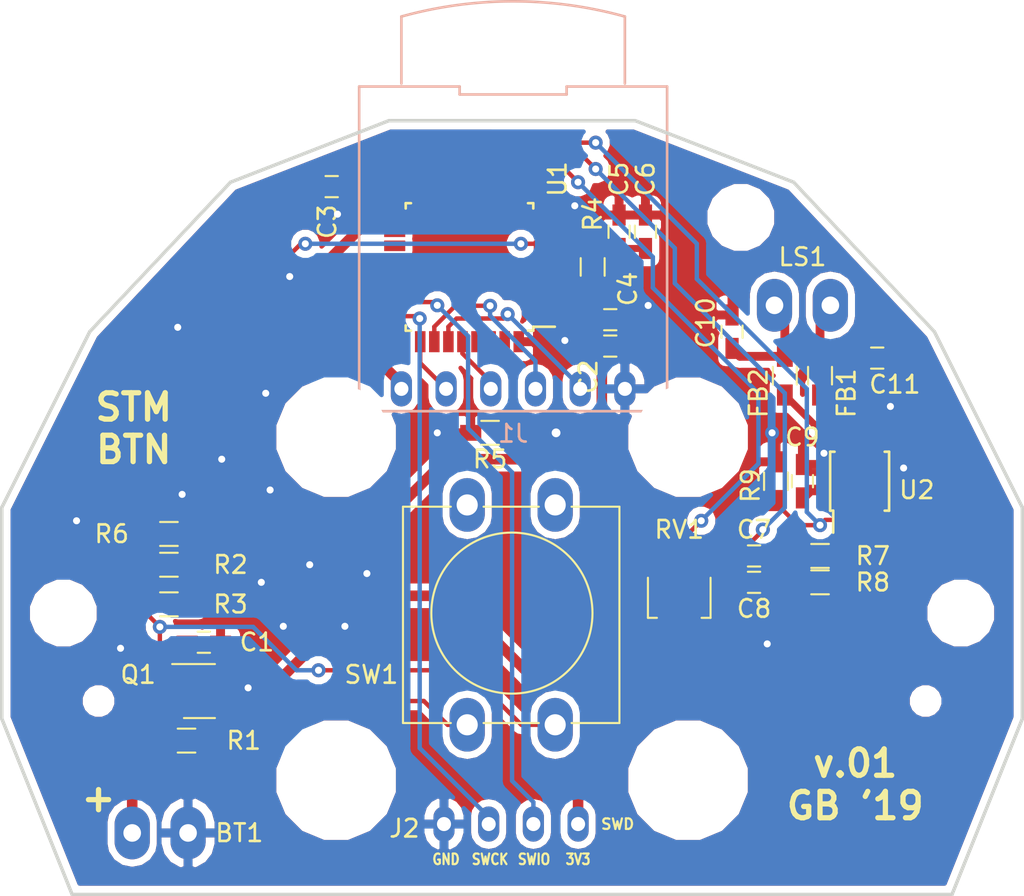
<source format=kicad_pcb>
(kicad_pcb (version 20171130) (host pcbnew 5.0.2)
  (layers (0 F.Cu signal) (31 B.Cu signal) (34 B.Paste user) (35 F.Paste user) (36 B.SilkS user) (37 F.SilkS user) (38 B.Mask user) (39 F.Mask user) (44 Edge.Cuts user))
  (net 0 "")
  (net 1 "Net-(U2-Pad2)")
  (net 2 "Net-(U1-Pad30)")
  (net 3 "Net-(U1-Pad29)")
  (net 4 "Net-(U1-Pad22)")
  (net 5 "Net-(U1-Pad21)")
  (net 6 "Net-(U1-Pad20)")
  (net 7 "Net-(U1-Pad19)")
  (net 8 "Net-(U1-Pad15)")
  (net 9 "Net-(U1-Pad9)")
  (net 10 "Net-(U1-Pad8)")
  (net 11 "Net-(U1-Pad7)")
  (net 12 "Net-(U1-Pad3)")
  (net 13 "Net-(U1-Pad2)")
  (net 14 GND)
  (net 15 +3V3)
  (net 16 /SWCLK)
  (net 17 /SWDIO)
  (net 18 /BOOT0)
  (net 19 SD_CS)
  (net 20 SD_MOSI)
  (net 21 SD_SCK)
  (net 22 SD_MISO)
  (net 23 SPK_SD)
  (net 24 "Net-(U1-Pad18)")
  (net 25 /VBAT)
  (net 26 /VDDA)
  (net 27 "Net-(C7-Pad1)")
  (net 28 "Net-(C8-Pad1)")
  (net 29 SPK_IN-)
  (net 30 /SPK-)
  (net 31 /SPK+)
  (net 32 "Net-(FB1-Pad1)")
  (net 33 "Net-(FB2-Pad1)")
  (net 34 "Net-(R7-Pad1)")
  (net 35 SPK_IN+)
  (net 36 "Net-(U1-Pad13)")
  (net 37 "Net-(U1-Pad14)")
  (net 38 "Net-(C8-Pad2)")
  (net 39 "Net-(Q1-Pad3)")
  (net 40 POWERON)
  (net 41 "Net-(R6-Pad2)")
  (net 42 "Net-(R8-Pad1)")
  (module custom:Ali_uSD_Adapter (layer B.Cu) (at 49.06 29.36)
    (fp_text reference J1 (at 0 11.43 -180) (layer B.SilkS) (effects (justify mirror)))
    (fp_text value Ali_uSD_SPI)
    (fp_line (start 6.35 -12.28) (end 6.35 -8.47) (layer B.SilkS) (width 0.15))
    (fp_line (start -6.35 -12.28) (end -6.35 -8.47) (layer B.SilkS) (width 0.15))
    (fp_arc (start 0 10.58) (end -6.349999 -12.279999) (angle 31.04822199) (layer B.SilkS) (width 0.15))
    (fp_line (start 3.04 -8.3) (end 8.75 -8.3) (layer B.SilkS) (width 0.15))
    (fp_line (start 3.039999 -7.85) (end 3.039999 -8.3) (layer B.SilkS) (width 0.15))
    (fp_line (start -3.04 -7.85) (end 3.039999 -7.85) (layer B.SilkS) (width 0.15))
    (fp_line (start -3.04 -8.3) (end -3.04 -7.85) (layer B.SilkS) (width 0.15))
    (fp_line (start -8.75 -8.3) (end -3.04 -8.3) (layer B.SilkS) (width 0.15))
    (fp_line (start -8.75 10.16) (end -8.75 -8.3) (layer B.SilkS) (width 0.15))
    (fp_line (start 8.75 10.16) (end -8.75 10.16) (layer B.SilkS) (width 0.15))
    (fp_line (start 8.75 -8.3) (end 8.75 10.16) (layer B.SilkS) (width 0.15))
    (pad 5 thru_hole oval (at -3.81 8.89 180) (size 1.2 2) (drill 0.8) (layers *.Cu *.Mask) (net 19 SD_CS))
    (pad 6 thru_hole oval (at -6.35 8.89 180) (size 1.2 2) (drill 0.8) (layers *.Cu *.Mask) (net 15 +3V3))
    (pad 4 thru_hole oval (at -1.27 8.89 180) (size 1.2 2) (drill 0.8) (layers *.Cu *.Mask) (net 20 SD_MOSI))
    (pad 3 thru_hole oval (at 1.27 8.89 180) (size 1.2 2) (drill 0.8) (layers *.Cu *.Mask) (net 21 SD_SCK))
    (pad 2 thru_hole oval (at 3.81 8.89 180) (size 1.2 2) (drill 0.8) (layers *.Cu *.Mask) (net 22 SD_MISO))
    (pad 1 thru_hole oval (at 6.35 8.89 180) (size 1.2 2) (drill 0.8) (layers *.Cu *.Mask) (net 14 GND))
  )
  (module custom:SW_PUSH-12mm (layer F.Cu) (at 46.45 57.35 90)
    (fp_text reference SW1 (at 2.85 -5.45 180) (layer F.SilkS))
    (fp_text value Button)
    (fp_line (start 12.4 -3.65) (end 12.4 -0.93) (layer F.SilkS) (width 0.12))
    (fp_line (start 12.4 5.93) (end 12.4 8.65) (layer F.SilkS) (width 0.12))
    (fp_line (start 0.1 4.07) (end 0.1 0.93) (layer F.SilkS) (width 0.12))
    (fp_line (start 0.1 8.65) (end 0.1 5.93) (layer F.SilkS) (width 0.12))
    (fp_circle (center 6.35 2.54) (end 10.16 5.08) (layer F.SilkS) (width 0.12))
    (fp_line (start 0.1 -0.93) (end 0.1 -3.65) (layer F.SilkS) (width 0.12))
    (fp_line (start 12.4 8.65) (end 0.1 8.65) (layer F.SilkS) (width 0.12))
    (fp_line (start 12.4 0.93) (end 12.4 4.07) (layer F.SilkS) (width 0.12))
    (fp_line (start 0.1 -3.65) (end 12.4 -3.65) (layer F.SilkS) (width 0.12))
    (pad 2 thru_hole oval (at 0 5 90) (size 3.048 2) (drill 1.2) (layers *.Cu *.Mask) (net 40 POWERON))
    (pad 1 thru_hole oval (at 0 0 90) (size 3.048 2) (drill 1.2) (layers *.Cu *.Mask) (net 25 /VBAT))
    (pad "" thru_hole oval (at 12.5 5 90) (size 3.048 2) (drill 1.2) (layers *.Cu *.Mask))
    (pad "" thru_hole oval (at 12.5 0 90) (size 3.048 2) (drill 1.2) (layers *.Cu *.Mask))
  )
  (module custom:MountingHole_1.5mm (layer F.Cu) (at 62 28.5)
    (fp_text reference REF** hide)
    (fp_text value MountingHole_1.5mm)
    (pad "" np_thru_hole circle (at 0 0) (size 3 3) (drill 3) (layers *.Cu *.Mask))
  )
  (module Resistors_SMD:R_0603_HandSoldering (layer F.Cu) (at 47.75 40.75 180)
    (fp_text reference R5 (at 0 -1.5 180) (layer F.SilkS))
    (fp_text value 10K)
    (fp_line (start 0.5 0.68) (end -0.5 0.68) (layer F.SilkS) (width 0.12))
    (fp_line (start -0.5 -0.68) (end 0.5 -0.68) (layer F.SilkS) (width 0.12))
    (pad 1 smd rect (at -1.1 0 180) (size 1.2 0.9) (layers F.Cu F.Paste F.Mask) (net 18 /BOOT0))
    (pad 2 smd rect (at 1.1 0 180) (size 1.2 0.9) (layers F.Cu F.Paste F.Mask) (net 14 GND))
  )
  (module custom:MountingHole_0.5mm (layer F.Cu) (at 72.5 56)
    (fp_text reference REF** hide)
    (fp_text value MountingHole_0.5mm)
    (pad "" np_thru_hole circle (at 0 0) (size 1 1) (drill 1) (layers *.Cu *.Mask))
  )
  (module custom:MountingHole_1.5mm (layer F.Cu) (at 74.5 51)
    (fp_text reference REF** hide)
    (fp_text value MountingHole_1.5mm)
    (pad "" np_thru_hole circle (at 0 0) (size 3 3) (drill 3) (layers *.Cu *.Mask))
  )
  (module Mounting_Holes:MountingHole_3mm (layer F.Cu) (at 59 60.5)
    (fp_text reference REF** hide)
    (fp_text value MountingHole_3mm)
    (pad "" np_thru_hole circle (at 0 0) (size 6 6) (drill 6) (layers *.Cu *.Mask))
  )
  (module Mounting_Holes:MountingHole_3mm (layer F.Cu) (at 39 60.5)
    (fp_text reference REF** hide)
    (fp_text value MountingHole_3mm)
    (pad "" np_thru_hole circle (at 0 0) (size 6 6) (drill 6) (layers *.Cu *.Mask))
  )
  (module Mounting_Holes:MountingHole_3mm (layer F.Cu) (at 59 41)
    (fp_text reference REF** hide)
    (fp_text value MountingHole_3mm)
    (pad "" np_thru_hole circle (at 0 0) (size 6 6) (drill 6) (layers *.Cu *.Mask))
  )
  (module Housings_QFP:LQFP-32_7x7mm_Pitch0.8mm (layer F.Cu) (at 46.580088 31.317288 180)
    (fp_text reference U1 (at -5 5 270) (layer F.SilkS))
    (fp_text value STM32L072KZTx)
    (fp_line (start -3.625 -3.625) (end -3.625 -3.4) (layer F.SilkS) (width 0.15))
    (fp_line (start 3.625 -3.625) (end 3.625 -3.325) (layer F.SilkS) (width 0.15))
    (fp_line (start 3.625 3.625) (end 3.625 3.325) (layer F.SilkS) (width 0.15))
    (fp_line (start -3.625 3.625) (end -3.625 3.325) (layer F.SilkS) (width 0.15))
    (fp_line (start -3.625 -3.625) (end -3.325 -3.625) (layer F.SilkS) (width 0.15))
    (fp_line (start -3.625 3.625) (end -3.325 3.625) (layer F.SilkS) (width 0.15))
    (fp_line (start 3.625 3.625) (end 3.325 3.625) (layer F.SilkS) (width 0.15))
    (fp_line (start 3.625 -3.625) (end 3.325 -3.625) (layer F.SilkS) (width 0.15))
    (fp_line (start -3.625 -3.4) (end -4.85 -3.4) (layer F.SilkS) (width 0.15))
    (pad 1 smd rect (at -4.25 -2.8 180) (size 1.2 0.6) (layers F.Cu F.Paste F.Mask) (net 15 +3V3))
    (pad 2 smd rect (at -4.25 -2 180) (size 1.2 0.6) (layers F.Cu F.Paste F.Mask) (net 13 "Net-(U1-Pad2)"))
    (pad 3 smd rect (at -4.25 -1.2 180) (size 1.2 0.6) (layers F.Cu F.Paste F.Mask) (net 12 "Net-(U1-Pad3)"))
    (pad 4 smd rect (at -4.25 -0.4 180) (size 1.2 0.6) (layers F.Cu F.Paste F.Mask) (net 15 +3V3))
    (pad 5 smd rect (at -4.25 0.4 180) (size 1.2 0.6) (layers F.Cu F.Paste F.Mask) (net 26 /VDDA))
    (pad 6 smd rect (at -4.25 1.2 180) (size 1.2 0.6) (layers F.Cu F.Paste F.Mask) (net 41 "Net-(R6-Pad2)"))
    (pad 7 smd rect (at -4.25 2 180) (size 1.2 0.6) (layers F.Cu F.Paste F.Mask) (net 11 "Net-(U1-Pad7)"))
    (pad 8 smd rect (at -4.25 2.8 180) (size 1.2 0.6) (layers F.Cu F.Paste F.Mask) (net 10 "Net-(U1-Pad8)"))
    (pad 9 smd rect (at -2.8 4.25 270) (size 1.2 0.6) (layers F.Cu F.Paste F.Mask) (net 9 "Net-(U1-Pad9)"))
    (pad 10 smd rect (at -2 4.25 270) (size 1.2 0.6) (layers F.Cu F.Paste F.Mask) (net 29 SPK_IN-))
    (pad 11 smd rect (at -1.2 4.25 270) (size 1.2 0.6) (layers F.Cu F.Paste F.Mask) (net 35 SPK_IN+))
    (pad 12 smd rect (at -0.4 4.25 270) (size 1.2 0.6) (layers F.Cu F.Paste F.Mask) (net 23 SPK_SD))
    (pad 13 smd rect (at 0.4 4.25 270) (size 1.2 0.6) (layers F.Cu F.Paste F.Mask) (net 36 "Net-(U1-Pad13)"))
    (pad 14 smd rect (at 1.2 4.25 270) (size 1.2 0.6) (layers F.Cu F.Paste F.Mask) (net 37 "Net-(U1-Pad14)"))
    (pad 15 smd rect (at 2 4.25 270) (size 1.2 0.6) (layers F.Cu F.Paste F.Mask) (net 8 "Net-(U1-Pad15)"))
    (pad 16 smd rect (at 2.8 4.25 270) (size 1.2 0.6) (layers F.Cu F.Paste F.Mask) (net 14 GND))
    (pad 17 smd rect (at 4.25 2.8 180) (size 1.2 0.6) (layers F.Cu F.Paste F.Mask) (net 15 +3V3))
    (pad 18 smd rect (at 4.25 2 180) (size 1.2 0.6) (layers F.Cu F.Paste F.Mask) (net 24 "Net-(U1-Pad18)"))
    (pad 19 smd rect (at 4.25 1.2 180) (size 1.2 0.6) (layers F.Cu F.Paste F.Mask) (net 7 "Net-(U1-Pad19)"))
    (pad 20 smd rect (at 4.25 0.4 180) (size 1.2 0.6) (layers F.Cu F.Paste F.Mask) (net 6 "Net-(U1-Pad20)"))
    (pad 21 smd rect (at 4.25 -0.4 180) (size 1.2 0.6) (layers F.Cu F.Paste F.Mask) (net 5 "Net-(U1-Pad21)"))
    (pad 22 smd rect (at 4.25 -1.2 180) (size 1.2 0.6) (layers F.Cu F.Paste F.Mask) (net 4 "Net-(U1-Pad22)"))
    (pad 23 smd rect (at 4.25 -2 180) (size 1.2 0.6) (layers F.Cu F.Paste F.Mask) (net 17 /SWDIO))
    (pad 24 smd rect (at 4.25 -2.8 180) (size 1.2 0.6) (layers F.Cu F.Paste F.Mask) (net 16 /SWCLK))
    (pad 25 smd rect (at 2.8 -4.25 270) (size 1.2 0.6) (layers F.Cu F.Paste F.Mask) (net 19 SD_CS))
    (pad 26 smd rect (at 2 -4.25 270) (size 1.2 0.6) (layers F.Cu F.Paste F.Mask) (net 21 SD_SCK))
    (pad 27 smd rect (at 1.2 -4.25 270) (size 1.2 0.6) (layers F.Cu F.Paste F.Mask) (net 22 SD_MISO))
    (pad 28 smd rect (at 0.4 -4.25 270) (size 1.2 0.6) (layers F.Cu F.Paste F.Mask) (net 20 SD_MOSI))
    (pad 29 smd rect (at -0.4 -4.25 270) (size 1.2 0.6) (layers F.Cu F.Paste F.Mask) (net 3 "Net-(U1-Pad29)"))
    (pad 30 smd rect (at -1.2 -4.25 270) (size 1.2 0.6) (layers F.Cu F.Paste F.Mask) (net 2 "Net-(U1-Pad30)"))
    (pad 31 smd rect (at -2 -4.25 270) (size 1.2 0.6) (layers F.Cu F.Paste F.Mask) (net 18 /BOOT0))
    (pad 32 smd rect (at -2.8 -4.25 270) (size 1.2 0.6) (layers F.Cu F.Paste F.Mask) (net 14 GND))
  )
  (module Housings_SSOP:MSOP-8_3x3mm_Pitch0.65mm (layer F.Cu) (at 68.75 43.5 90)
    (fp_text reference U2 (at -0.5 3.25) (layer F.SilkS))
    (fp_text value PAM8302AAS)
    (fp_line (start -1.675 -1.675) (end -1.675 -1.5) (layer F.SilkS) (width 0.15))
    (fp_line (start 1.675 -1.675) (end 1.675 -1.425) (layer F.SilkS) (width 0.15))
    (fp_line (start 1.675 1.675) (end 1.675 1.425) (layer F.SilkS) (width 0.15))
    (fp_line (start -1.675 1.675) (end -1.675 1.425) (layer F.SilkS) (width 0.15))
    (fp_line (start -1.675 -1.675) (end 1.675 -1.675) (layer F.SilkS) (width 0.15))
    (fp_line (start -1.675 1.675) (end 1.675 1.675) (layer F.SilkS) (width 0.15))
    (fp_line (start -1.675 -1.5) (end -2.925 -1.5) (layer F.SilkS) (width 0.15))
    (pad 1 smd rect (at -2.2 -0.975 90) (size 1.45 0.45) (layers F.Cu F.Paste F.Mask) (net 23 SPK_SD))
    (pad 2 smd rect (at -2.2 -0.325 90) (size 1.45 0.45) (layers F.Cu F.Paste F.Mask) (net 1 "Net-(U2-Pad2)"))
    (pad 3 smd rect (at -2.2 0.325 90) (size 1.45 0.45) (layers F.Cu F.Paste F.Mask) (net 34 "Net-(R7-Pad1)"))
    (pad 4 smd rect (at -2.2 0.975 90) (size 1.45 0.45) (layers F.Cu F.Paste F.Mask) (net 42 "Net-(R8-Pad1)"))
    (pad 5 smd rect (at 2.2 0.975 90) (size 1.45 0.45) (layers F.Cu F.Paste F.Mask) (net 32 "Net-(FB1-Pad1)"))
    (pad 6 smd rect (at 2.2 0.325 90) (size 1.45 0.45) (layers F.Cu F.Paste F.Mask) (net 15 +3V3))
    (pad 7 smd rect (at 2.2 -0.325 90) (size 1.45 0.45) (layers F.Cu F.Paste F.Mask) (net 14 GND))
    (pad 8 smd rect (at 2.2 -0.975 90) (size 1.45 0.45) (layers F.Cu F.Paste F.Mask) (net 33 "Net-(FB2-Pad1)"))
  )
  (module custom:Pad_2contacts (layer F.Cu) (at 29 63.5)
    (fp_text reference BT1 (at 4.5 0) (layer F.SilkS))
    (fp_text value "2xAAA 1.5V")
    (pad 1 thru_hole oval (at -1.5875 0) (size 2 3) (drill 1) (layers *.Cu *.Mask) (net 25 /VBAT))
    (pad 2 thru_hole oval (at 1.5875 0) (size 2 3) (drill 1) (layers *.Cu *.Mask) (net 14 GND))
  )
  (module custom:Pad_2contacts (layer F.Cu) (at 65.5 33.5 180)
    (fp_text reference LS1 (at 0 2.75) (layer F.SilkS))
    (fp_text value Speaker)
    (pad 1 thru_hole oval (at -1.5875 0 180) (size 2 3) (drill 1) (layers *.Cu *.Mask) (net 31 /SPK+))
    (pad 2 thru_hole oval (at 1.5875 0 180) (size 2 3) (drill 1) (layers *.Cu *.Mask) (net 30 /SPK-))
  )
  (module custom:Pad_4contacts (layer F.Cu) (at 45.13146 62.993408 90)
    (fp_text reference J2 (at -0.25 -2.25 -180) (layer F.SilkS))
    (fp_text value SWD)
    (pad 4 thru_hole oval (at -0.001648 -0.000365 180) (size 1.2 2) (drill 0.8) (layers *.Cu *.Mask) (net 14 GND))
    (pad 3 thru_hole oval (at -0.001648 2.539635 180) (size 1.2 2) (drill 0.8) (layers *.Cu *.Mask) (net 16 /SWCLK))
    (pad 2 thru_hole oval (at -0.001648 5.079635 180) (size 1.2 2) (drill 0.8) (layers *.Cu *.Mask) (net 17 /SWDIO))
    (pad 1 thru_hole oval (at -0.001648 7.619635 180) (size 1.2 2) (drill 0.8) (layers *.Cu *.Mask) (net 15 +3V3))
  )
  (module Capacitors_SMD:C_0603_HandSoldering (layer F.Cu) (at 31.48425 52.656947)
    (fp_text reference C1 (at 3.01575 0 -180) (layer F.SilkS))
    (fp_text value 10uF)
    (fp_line (start -0.35 -0.6) (end 0.35 -0.6) (layer F.SilkS) (width 0.12))
    (fp_line (start 0.35 0.6) (end -0.35 0.6) (layer F.SilkS) (width 0.12))
    (pad 1 smd rect (at -0.95 0) (size 1.2 0.75) (layers F.Cu F.Paste F.Mask) (net 25 /VBAT))
    (pad 2 smd rect (at 0.95 0) (size 1.2 0.75) (layers F.Cu F.Paste F.Mask) (net 14 GND))
  )
  (module Capacitors_SMD:C_0603_HandSoldering (layer F.Cu) (at 54.580088 35.817288)
    (fp_text reference C2 (at -1.25 1.75 -270) (layer F.SilkS))
    (fp_text value 10uF)
    (fp_line (start -0.35 -0.6) (end 0.35 -0.6) (layer F.SilkS) (width 0.12))
    (fp_line (start 0.35 0.6) (end -0.35 0.6) (layer F.SilkS) (width 0.12))
    (pad 1 smd rect (at -0.95 0) (size 1.2 0.75) (layers F.Cu F.Paste F.Mask) (net 15 +3V3))
    (pad 2 smd rect (at 0.95 0) (size 1.2 0.75) (layers F.Cu F.Paste F.Mask) (net 14 GND))
  )
  (module Capacitors_SMD:C_0603_HandSoldering (layer F.Cu) (at 38.75 26.75)
    (fp_text reference C3 (at -0.25 2 -270) (layer F.SilkS))
    (fp_text value 100nF)
    (fp_line (start -0.35 -0.6) (end 0.35 -0.6) (layer F.SilkS) (width 0.12))
    (fp_line (start 0.35 0.6) (end -0.35 0.6) (layer F.SilkS) (width 0.12))
    (pad 1 smd rect (at -0.95 0) (size 1.2 0.75) (layers F.Cu F.Paste F.Mask) (net 14 GND))
    (pad 2 smd rect (at 0.95 0) (size 1.2 0.75) (layers F.Cu F.Paste F.Mask) (net 15 +3V3))
  )
  (module Capacitors_SMD:C_0603_HandSoldering (layer F.Cu) (at 54.580088 34.317288 180)
    (fp_text reference C4 (at -1 1.75 270) (layer F.SilkS))
    (fp_text value 100nF)
    (fp_line (start -0.35 -0.6) (end 0.35 -0.6) (layer F.SilkS) (width 0.12))
    (fp_line (start 0.35 0.6) (end -0.35 0.6) (layer F.SilkS) (width 0.12))
    (pad 1 smd rect (at -0.95 0 180) (size 1.2 0.75) (layers F.Cu F.Paste F.Mask) (net 14 GND))
    (pad 2 smd rect (at 0.95 0 180) (size 1.2 0.75) (layers F.Cu F.Paste F.Mask) (net 15 +3V3))
  )
  (module Capacitors_SMD:C_0603_HandSoldering (layer F.Cu) (at 55.080088 29.317288 270)
    (fp_text reference C5 (at -3 0 270) (layer F.SilkS))
    (fp_text value 1uF)
    (fp_line (start -0.35 -0.6) (end 0.35 -0.6) (layer F.SilkS) (width 0.12))
    (fp_line (start 0.35 0.6) (end -0.35 0.6) (layer F.SilkS) (width 0.12))
    (pad 1 smd rect (at -0.95 0 270) (size 1.2 0.75) (layers F.Cu F.Paste F.Mask) (net 14 GND))
    (pad 2 smd rect (at 0.95 0 270) (size 1.2 0.75) (layers F.Cu F.Paste F.Mask) (net 26 /VDDA))
  )
  (module Resistors_SMD:R_0603_HandSoldering (layer F.Cu) (at 30.5 58.25 180)
    (fp_text reference R1 (at -3.25 0 180) (layer F.SilkS))
    (fp_text value 10K)
    (fp_line (start 0.5 0.68) (end -0.5 0.68) (layer F.SilkS) (width 0.12))
    (fp_line (start -0.5 -0.68) (end 0.5 -0.68) (layer F.SilkS) (width 0.12))
    (pad 1 smd rect (at -1.1 0 180) (size 1.2 0.9) (layers F.Cu F.Paste F.Mask) (net 39 "Net-(Q1-Pad3)"))
    (pad 2 smd rect (at 1.1 0 180) (size 1.2 0.9) (layers F.Cu F.Paste F.Mask) (net 25 /VBAT))
  )
  (module Capacitors_SMD:C_0603_HandSoldering (layer F.Cu) (at 56.580088 29.317288 270)
    (fp_text reference C6 (at -3 0 270) (layer F.SilkS))
    (fp_text value 100nF)
    (fp_line (start -0.35 -0.6) (end 0.35 -0.6) (layer F.SilkS) (width 0.12))
    (fp_line (start 0.35 0.6) (end -0.35 0.6) (layer F.SilkS) (width 0.12))
    (pad 1 smd rect (at -0.95 0 270) (size 1.2 0.75) (layers F.Cu F.Paste F.Mask) (net 14 GND))
    (pad 2 smd rect (at 0.95 0 270) (size 1.2 0.75) (layers F.Cu F.Paste F.Mask) (net 26 /VDDA))
  )
  (module Resistors_SMD:R_0603_HandSoldering (layer F.Cu) (at 29.5 48.25)
    (fp_text reference R2 (at 3.5 0) (layer F.SilkS))
    (fp_text value 10K)
    (fp_line (start 0.5 0.68) (end -0.5 0.68) (layer F.SilkS) (width 0.12))
    (fp_line (start -0.5 -0.68) (end 0.5 -0.68) (layer F.SilkS) (width 0.12))
    (pad 1 smd rect (at -1.1 0) (size 1.2 0.9) (layers F.Cu F.Paste F.Mask) (net 40 POWERON))
    (pad 2 smd rect (at 1.1 0) (size 1.2 0.9) (layers F.Cu F.Paste F.Mask) (net 14 GND))
  )
  (module Resistors_SMD:R_0603_HandSoldering (layer F.Cu) (at 29.5 50.5 180)
    (fp_text reference R3 (at -3.5 0 180) (layer F.SilkS))
    (fp_text value "not fitted")
    (fp_line (start 0.5 0.68) (end -0.5 0.68) (layer F.SilkS) (width 0.12))
    (fp_line (start -0.5 -0.68) (end 0.5 -0.68) (layer F.SilkS) (width 0.12))
    (pad 1 smd rect (at -1.1 0 180) (size 1.2 0.9) (layers F.Cu F.Paste F.Mask) (net 15 +3V3))
    (pad 2 smd rect (at 1.1 0 180) (size 1.2 0.9) (layers F.Cu F.Paste F.Mask) (net 40 POWERON))
  )
  (module Resistors_SMD:R_0603_HandSoldering (layer F.Cu) (at 53.580088 31.317288 90)
    (fp_text reference R4 (at 3 0 90) (layer F.SilkS))
    (fp_text value 10)
    (fp_line (start 0.5 0.68) (end -0.5 0.68) (layer F.SilkS) (width 0.12))
    (fp_line (start -0.5 -0.68) (end 0.5 -0.68) (layer F.SilkS) (width 0.12))
    (pad 1 smd rect (at -1.1 0 90) (size 1.2 0.9) (layers F.Cu F.Paste F.Mask) (net 15 +3V3))
    (pad 2 smd rect (at 1.1 0 90) (size 1.2 0.9) (layers F.Cu F.Paste F.Mask) (net 26 /VDDA))
  )
  (module Capacitors_SMD:C_0603_HandSoldering (layer F.Cu) (at 62.75 47.75 180)
    (fp_text reference C7 (at 0 1.5 180) (layer F.SilkS))
    (fp_text value 1uF)
    (fp_line (start 0.35 0.6) (end -0.35 0.6) (layer F.SilkS) (width 0.12))
    (fp_line (start -0.35 -0.6) (end 0.35 -0.6) (layer F.SilkS) (width 0.12))
    (pad 2 smd rect (at 0.95 0 180) (size 1.2 0.75) (layers F.Cu F.Paste F.Mask) (net 35 SPK_IN+))
    (pad 1 smd rect (at -0.95 0 180) (size 1.2 0.75) (layers F.Cu F.Paste F.Mask) (net 27 "Net-(C7-Pad1)"))
  )
  (module Capacitors_SMD:C_0603_HandSoldering (layer F.Cu) (at 62.75 49.25 180)
    (fp_text reference C8 (at 0 -1.5 180) (layer F.SilkS))
    (fp_text value 1uF)
    (fp_line (start -0.35 -0.6) (end 0.35 -0.6) (layer F.SilkS) (width 0.12))
    (fp_line (start 0.35 0.6) (end -0.35 0.6) (layer F.SilkS) (width 0.12))
    (pad 1 smd rect (at -0.95 0 180) (size 1.2 0.75) (layers F.Cu F.Paste F.Mask) (net 28 "Net-(C8-Pad1)"))
    (pad 2 smd rect (at 0.95 0 180) (size 1.2 0.75) (layers F.Cu F.Paste F.Mask) (net 38 "Net-(C8-Pad2)"))
  )
  (module Capacitors_SMD:C_0603_HandSoldering (layer F.Cu) (at 65.5 43.5 270)
    (fp_text reference C9 (at -2.5 0) (layer F.SilkS))
    (fp_text value 10uF)
    (fp_line (start -0.35 -0.6) (end 0.35 -0.6) (layer F.SilkS) (width 0.12))
    (fp_line (start 0.35 0.6) (end -0.35 0.6) (layer F.SilkS) (width 0.12))
    (pad 1 smd rect (at -0.95 0 270) (size 1.2 0.75) (layers F.Cu F.Paste F.Mask) (net 14 GND))
    (pad 2 smd rect (at 0.95 0 270) (size 1.2 0.75) (layers F.Cu F.Paste F.Mask) (net 15 +3V3))
  )
  (module Capacitors_SMD:C_0603_HandSoldering (layer F.Cu) (at 61.5 35 90)
    (fp_text reference C10 (at 0.5 -1.5 90) (layer F.SilkS))
    (fp_text value 220pF)
    (fp_line (start 0.35 0.6) (end -0.35 0.6) (layer F.SilkS) (width 0.12))
    (fp_line (start -0.35 -0.6) (end 0.35 -0.6) (layer F.SilkS) (width 0.12))
    (pad 2 smd rect (at 0.95 0 90) (size 1.2 0.75) (layers F.Cu F.Paste F.Mask) (net 14 GND))
    (pad 1 smd rect (at -0.95 0 90) (size 1.2 0.75) (layers F.Cu F.Paste F.Mask) (net 30 /SPK-))
  )
  (module Capacitors_SMD:C_0603_HandSoldering (layer F.Cu) (at 69.75 36.5)
    (fp_text reference C11 (at 1 1.5) (layer F.SilkS))
    (fp_text value 220pF)
    (fp_line (start 0.35 0.6) (end -0.35 0.6) (layer F.SilkS) (width 0.12))
    (fp_line (start -0.35 -0.6) (end 0.35 -0.6) (layer F.SilkS) (width 0.12))
    (pad 2 smd rect (at 0.95 0) (size 1.2 0.75) (layers F.Cu F.Paste F.Mask) (net 14 GND))
    (pad 1 smd rect (at -0.95 0) (size 1.2 0.75) (layers F.Cu F.Paste F.Mask) (net 31 /SPK+))
  )
  (module Resistors_SMD:R_0603_HandSoldering (layer F.Cu) (at 66.5 37.5 90)
    (fp_text reference FB1 (at -1 1.5 90) (layer F.SilkS))
    (fp_text value Ferrite_Bead_Small)
    (fp_line (start 0.5 0.68) (end -0.5 0.68) (layer F.SilkS) (width 0.12))
    (fp_line (start -0.5 -0.68) (end 0.5 -0.68) (layer F.SilkS) (width 0.12))
    (pad 1 smd rect (at -1.1 0 90) (size 1.2 0.9) (layers F.Cu F.Paste F.Mask) (net 32 "Net-(FB1-Pad1)"))
    (pad 2 smd rect (at 1.1 0 90) (size 1.2 0.9) (layers F.Cu F.Paste F.Mask) (net 31 /SPK+))
  )
  (module Resistors_SMD:R_0603_HandSoldering (layer F.Cu) (at 64.5 37.5 90)
    (fp_text reference FB2 (at -1 -1.5 90) (layer F.SilkS))
    (fp_text value Ferrite_Bead_Small)
    (fp_line (start -0.5 -0.68) (end 0.5 -0.68) (layer F.SilkS) (width 0.12))
    (fp_line (start 0.5 0.68) (end -0.5 0.68) (layer F.SilkS) (width 0.12))
    (pad 2 smd rect (at 1.1 0 90) (size 1.2 0.9) (layers F.Cu F.Paste F.Mask) (net 30 /SPK-))
    (pad 1 smd rect (at -1.1 0 90) (size 1.2 0.9) (layers F.Cu F.Paste F.Mask) (net 33 "Net-(FB2-Pad1)"))
  )
  (module TO_SOT_Packages_SMD:TSOT-23-6 (layer F.Cu) (at 31.23425 55.406947)
    (fp_text reference Q1 (at -3.48425 -0.906947 -180) (layer F.SilkS))
    (fp_text value DMC2038LVT)
    (fp_line (start 0.88 -1.51) (end -1.55 -1.51) (layer F.SilkS) (width 0.12))
    (fp_line (start -0.88 1.56) (end 0.88 1.56) (layer F.SilkS) (width 0.12))
    (pad 6 smd rect (at 1.31 -0.95) (size 1.22 0.65) (layers F.Cu F.Paste F.Mask) (net 39 "Net-(Q1-Pad3)"))
    (pad 5 smd rect (at 1.31 0) (size 1.22 0.65) (layers F.Cu F.Paste F.Mask) (net 14 GND))
    (pad 4 smd rect (at 1.31 0.95) (size 1.22 0.65) (layers F.Cu F.Paste F.Mask) (net 15 +3V3))
    (pad 3 smd rect (at -1.31 0.95) (size 1.22 0.65) (layers F.Cu F.Paste F.Mask) (net 39 "Net-(Q1-Pad3)"))
    (pad 2 smd rect (at -1.31 0) (size 1.22 0.65) (layers F.Cu F.Paste F.Mask) (net 25 /VBAT))
    (pad 1 smd rect (at -1.31 -0.95) (size 1.22 0.65) (layers F.Cu F.Paste F.Mask) (net 40 POWERON))
  )
  (module Resistors_SMD:R_0603_HandSoldering (layer F.Cu) (at 29.5 46.5)
    (fp_text reference R6 (at -3.25 0 -180) (layer F.SilkS))
    (fp_text value 1K)
    (fp_line (start 0.5 0.68) (end -0.5 0.68) (layer F.SilkS) (width 0.12))
    (fp_line (start -0.5 -0.68) (end 0.5 -0.68) (layer F.SilkS) (width 0.12))
    (pad 1 smd rect (at -1.1 0) (size 1.2 0.9) (layers F.Cu F.Paste F.Mask) (net 40 POWERON))
    (pad 2 smd rect (at 1.1 0) (size 1.2 0.9) (layers F.Cu F.Paste F.Mask) (net 41 "Net-(R6-Pad2)"))
  )
  (module Resistors_SMD:R_0603_HandSoldering (layer F.Cu) (at 66.5 47.75 180)
    (fp_text reference R7 (at -3 0) (layer F.SilkS))
    (fp_text value 10K)
    (fp_line (start -0.5 -0.68) (end 0.5 -0.68) (layer F.SilkS) (width 0.12))
    (fp_line (start 0.5 0.68) (end -0.5 0.68) (layer F.SilkS) (width 0.12))
    (pad 2 smd rect (at 1.1 0 180) (size 1.2 0.9) (layers F.Cu F.Paste F.Mask) (net 27 "Net-(C7-Pad1)"))
    (pad 1 smd rect (at -1.1 0 180) (size 1.2 0.9) (layers F.Cu F.Paste F.Mask) (net 34 "Net-(R7-Pad1)"))
  )
  (module Resistors_SMD:R_0603_HandSoldering (layer F.Cu) (at 66.5 49.25 180)
    (fp_text reference R8 (at -3 0 180) (layer F.SilkS))
    (fp_text value 10K)
    (fp_line (start -0.5 -0.68) (end 0.5 -0.68) (layer F.SilkS) (width 0.12))
    (fp_line (start 0.5 0.68) (end -0.5 0.68) (layer F.SilkS) (width 0.12))
    (pad 2 smd rect (at 1.1 0 180) (size 1.2 0.9) (layers F.Cu F.Paste F.Mask) (net 28 "Net-(C8-Pad1)"))
    (pad 1 smd rect (at -1.1 0 180) (size 1.2 0.9) (layers F.Cu F.Paste F.Mask) (net 42 "Net-(R8-Pad1)"))
  )
  (module Mounting_Holes:MountingHole_3mm (layer F.Cu) (at 39 41)
    (fp_text reference REF** hide)
    (fp_text value MountingHole_3mm)
    (pad "" np_thru_hole circle (at 0 0) (size 6 6) (drill 6) (layers *.Cu *.Mask))
  )
  (module custom:MountingHole_1.5mm (layer F.Cu) (at 23.5 51)
    (fp_text reference REF** hide)
    (fp_text value MountingHole_1.5mm)
    (pad "" np_thru_hole circle (at 0 0) (size 3 3) (drill 3) (layers *.Cu *.Mask))
  )
  (module custom:MountingHole_0.5mm (layer F.Cu) (at 25.5 56)
    (fp_text reference REF** hide)
    (fp_text value MountingHole_0.5mm)
    (pad "" np_thru_hole circle (at 0 0) (size 1 1) (drill 1) (layers *.Cu *.Mask))
  )
  (module Resistors_SMD:R_0603_HandSoldering (layer F.Cu) (at 64 43.5 90)
    (fp_text reference R9 (at -0.25 -1.45 90) (layer F.SilkS))
    (fp_text value 10K)
    (fp_line (start -0.5 -0.68) (end 0.5 -0.68) (layer F.SilkS) (width 0.12))
    (fp_line (start 0.5 0.68) (end -0.5 0.68) (layer F.SilkS) (width 0.12))
    (pad 2 smd rect (at 1.1 0 90) (size 1.2 0.9) (layers F.Cu F.Paste F.Mask) (net 14 GND))
    (pad 1 smd rect (at -1.1 0 90) (size 1.2 0.9) (layers F.Cu F.Paste F.Mask) (net 23 SPK_SD))
  )
  (module custom:Potentiometer_Trimmer-EVM3Y (layer F.Cu) (at 58.5 49.5 180)
    (fp_text reference RV1 (at 0 3.25 180) (layer F.SilkS))
    (fp_text value 10k)
    (fp_line (start -1.78 0.51) (end -1.78 -1.77) (layer F.SilkS) (width 0.12))
    (fp_line (start -1.78 -1.77) (end -1.27 -1.77) (layer F.SilkS) (width 0.12))
    (fp_line (start 1.27 -1.77) (end 1.78 -1.77) (layer F.SilkS) (width 0.12))
    (fp_line (start 1.78 -1.77) (end 1.78 0.51) (layer F.SilkS) (width 0.12))
    (pad 2 smd rect (at 0 -1.65 180) (size 1.6 1.5) (layers F.Cu F.Paste F.Mask) (net 38 "Net-(C8-Pad2)"))
    (pad 3 smd rect (at 1 1.6 180) (size 1.2 1.2) (layers F.Cu F.Paste F.Mask) (net 29 SPK_IN-))
    (pad 1 smd rect (at -1 1.6 180) (size 1.2 1.2) (layers F.Cu F.Paste F.Mask) (net 35 SPK_IN+))
  )
  (gr_text "v.01\nGB '19" (at 68.5 60.75) (layer F.SilkS) (effects (font (size 1.5 1.5) (thickness 0.3))))
  (gr_line (start 73 35) (end 65 26.5) (layer Edge.Cuts) (width 0.2))
  (gr_text SWD (at 55 63) (layer F.SilkS) (effects (font (size 0.6 0.6) (thickness 0.125))))
  (gr_line (start 56 23) (end 65 26.5) (layer Edge.Cuts) (width 0.2))
  (gr_line (start 33 26.5) (end 42 23) (layer Edge.Cuts) (width 0.2))
  (gr_line (start 25 35) (end 33 26.5) (layer Edge.Cuts) (width 0.2))
  (gr_line (start 20 45) (end 25 35) (layer Edge.Cuts) (width 0.2))
  (gr_text SWIO (at 50.25 65) (layer F.SilkS) (effects (font (size 0.6 0.5) (thickness 0.125))))
  (gr_text SWCK (at 47.75 65) (layer F.SilkS) (effects (font (size 0.6 0.5) (thickness 0.125))))
  (gr_line (start 73 35) (end 78 45) (layer Edge.Cuts) (width 0.2))
  (gr_line (start 78 57) (end 74 67) (layer Edge.Cuts) (width 0.2))
  (gr_line (start 20 57) (end 24 67) (layer Edge.Cuts) (width 0.2))
  (gr_line (start 20 45) (end 20 57) (layer Edge.Cuts) (width 0.2))
  (gr_line (start 24 67) (end 74 67) (layer Edge.Cuts) (width 0.2))
  (gr_line (start 78 45) (end 78 57) (layer Edge.Cuts) (width 0.2))
  (gr_line (start 42 23) (end 56 23) (layer Edge.Cuts) (width 0.2))
  (gr_text "STM\nBTN" (at 27.5 40.5) (layer F.SilkS) (effects (font (size 1.5 1.5) (thickness 0.3))))
  (gr_text 3V3 (at 52.75 65) (layer F.SilkS) (effects (font (size 0.6 0.5) (thickness 0.125))))
  (gr_text GND (at 45.25 65) (layer F.SilkS) (effects (font (size 0.6 0.5) (thickness 0.125))))
  (gr_text + (at 25.5 61.5) (layer F.SilkS) (effects (font (size 1.5 1.5) (thickness 0.3))))
  (via (at 34 55.25) (size 0.8) (drill 0.4) (layers F.Cu B.Cu) (net 14))
  (via (at 70.5 39.25) (size 0.8) (drill 0.4) (layers F.Cu B.Cu) (net 14))
  (via (at 63.5 52.75) (size 0.8) (drill 0.4) (layers F.Cu B.Cu) (net 14))
  (via (at 71.25 42.75) (size 0.8) (drill 0.4) (layers F.Cu B.Cu) (net 14))
  (via (at 39.080088 28.317288) (size 0.8) (drill 0.4) (layers F.Cu B.Cu) (net 14))
  (via (at 26.75 53) (size 0.8) (drill 0.4) (layers F.Cu B.Cu) (net 14))
  (via (at 39.5 51.75) (size 0.8) (drill 0.4) (layers F.Cu B.Cu) (net 14))
  (via (at 32.5 42.25) (size 0.8) (drill 0.4) (layers F.Cu B.Cu) (net 14))
  (segment (start 67.85 43) (end 65.95 43) (width 0.4) (layer F.Cu) (net 14))
  (segment (start 65.95 43) (end 65.5 42.55) (width 0.4) (layer F.Cu) (net 14))
  (segment (start 68.425 41.3) (end 68.425 42.425) (width 0.4) (layer F.Cu) (net 14))
  (segment (start 68.425 42.425) (end 67.85 43) (width 0.4) (layer F.Cu) (net 14))
  (via (at 52 35.5) (size 0.8) (drill 0.4) (layers F.Cu B.Cu) (net 14))
  (via (at 44.75 40.75) (size 0.8) (drill 0.4) (layers F.Cu B.Cu) (net 14))
  (via (at 51.5 40.75) (size 0.9) (drill 0.5) (layers F.Cu B.Cu) (net 14))
  (via (at 36.363596 31.863596) (size 0.8) (drill 0.4) (layers F.Cu B.Cu) (net 14))
  (via (at 66.72501 41.910145) (size 0.8) (drill 0.4) (layers F.Cu B.Cu) (net 14))
  (via (at 52.563035 27.838355) (size 0.8) (drill 0.4) (layers F.Cu B.Cu) (net 14))
  (via (at 56.732978 33.508298) (size 0.8) (drill 0.4) (layers F.Cu B.Cu) (net 14))
  (via (at 63.77499 40.75) (size 0.8) (drill 0.4) (layers F.Cu B.Cu) (net 14))
  (via (at 40.75 48.75) (size 0.8) (drill 0.4) (layers F.Cu B.Cu) (net 14))
  (via (at 36 51.75) (size 0.8) (drill 0.4) (layers F.Cu B.Cu) (net 14))
  (via (at 34.75 49.25) (size 0.8) (drill 0.4) (layers F.Cu B.Cu) (net 14))
  (via (at 37.5 48.25) (size 0.8) (drill 0.4) (layers F.Cu B.Cu) (net 14))
  (via (at 35 38.5) (size 0.8) (drill 0.4) (layers F.Cu B.Cu) (net 14))
  (via (at 35.25 44) (size 0.8) (drill 0.4) (layers F.Cu B.Cu) (net 14))
  (via (at 30.25 44.25) (size 0.8) (drill 0.4) (layers F.Cu B.Cu) (net 14))
  (via (at 30 34.75) (size 0.8) (drill 0.4) (layers F.Cu B.Cu) (net 14))
  (via (at 24.25 45.75) (size 0.8) (drill 0.4) (layers F.Cu B.Cu) (net 14))
  (segment (start 52.880088 31.717288) (end 50.830088 31.717288) (width 0.6) (layer F.Cu) (net 15))
  (segment (start 53.580088 32.417288) (end 52.880088 31.717288) (width 0.6) (layer F.Cu) (net 15))
  (segment (start 53.430088 34.117288) (end 53.630088 34.317288) (width 0.6) (layer F.Cu) (net 15))
  (segment (start 50.830088 34.117288) (end 53.430088 34.117288) (width 0.6) (layer F.Cu) (net 15))
  (segment (start 69.075 41.3) (end 69.075 43.175) (width 0.4) (layer F.Cu) (net 15))
  (segment (start 65.5 44.45) (end 65.95 44) (width 0.6) (layer F.Cu) (net 15))
  (segment (start 53.5 60.646151) (end 53.5 54.5) (width 0.6) (layer F.Cu) (net 15))
  (segment (start 52.751095 62.995056) (end 52.751095 61.395056) (width 0.6) (layer F.Cu) (net 15))
  (segment (start 52.751095 61.395056) (end 53.5 60.646151) (width 0.6) (layer F.Cu) (net 15))
  (segment (start 53.630088 34.317288) (end 53.630088 32.467288) (width 0.6) (layer F.Cu) (net 15))
  (segment (start 53.630088 35.817288) (end 53.630088 34.317288) (width 0.6) (layer F.Cu) (net 15))
  (segment (start 42.71 38.25) (end 42.71 37.96) (width 0.6) (layer F.Cu) (net 15))
  (segment (start 42.71 37.96) (end 41.75 37) (width 0.6) (layer F.Cu) (net 15))
  (segment (start 33.5 46.014988) (end 33.5 37) (width 0.6) (layer F.Cu) (net 15))
  (segment (start 41.75 37) (end 33.5 37) (width 0.6) (layer F.Cu) (net 15))
  (segment (start 37.5 50.014988) (end 33.5 46.014988) (width 0.6) (layer F.Cu) (net 15))
  (segment (start 40.982712 28.517288) (end 42.330088 28.517288) (width 0.6) (layer F.Cu) (net 15))
  (segment (start 33.5 37) (end 33.5 36) (width 0.6) (layer F.Cu) (net 15))
  (segment (start 33.5 36) (end 40.982712 28.517288) (width 0.6) (layer F.Cu) (net 15))
  (segment (start 40.982712 27.807712) (end 40.982712 28.517288) (width 0.6) (layer F.Cu) (net 15))
  (segment (start 39.925 26.75) (end 40.982712 27.807712) (width 0.6) (layer F.Cu) (net 15))
  (segment (start 39.7 26.75) (end 39.925 26.75) (width 0.6) (layer F.Cu) (net 15))
  (segment (start 54.1 37.0622) (end 53.630088 36.592288) (width 0.6) (layer F.Cu) (net 15))
  (segment (start 44.94999 42.564998) (end 44.94999 42.55001) (width 0.6) (layer F.Cu) (net 15))
  (segment (start 45.25 42.25) (end 52.25 42.25) (width 0.6) (layer F.Cu) (net 15))
  (segment (start 53.630088 36.592288) (end 53.630088 35.817288) (width 0.6) (layer F.Cu) (net 15))
  (segment (start 37.5 50.014988) (end 44.94999 42.564998) (width 0.6) (layer F.Cu) (net 15))
  (segment (start 44.94999 42.55001) (end 45.25 42.25) (width 0.6) (layer F.Cu) (net 15))
  (segment (start 54.1 40.4) (end 54.1 37.0622) (width 0.6) (layer F.Cu) (net 15))
  (segment (start 52.25 42.25) (end 54.1 40.4) (width 0.6) (layer F.Cu) (net 15))
  (segment (start 30.75 50.5) (end 30.6 50.5) (width 0.6) (layer F.Cu) (net 15))
  (segment (start 32.54425 56.356947) (end 34.225055 56.356947) (width 0.6) (layer F.Cu) (net 15))
  (segment (start 34.225055 56.356947) (end 37.5 53.082002) (width 0.6) (layer F.Cu) (net 15))
  (segment (start 71 45.1) (end 69.075 43.175) (width 0.6) (layer F.Cu) (net 15))
  (segment (start 71 50.5) (end 71 45.1) (width 0.6) (layer F.Cu) (net 15))
  (segment (start 53.5 54.5) (end 67 54.5) (width 0.6) (layer F.Cu) (net 15))
  (segment (start 67 54.5) (end 71 50.5) (width 0.6) (layer F.Cu) (net 15))
  (segment (start 68.25 44) (end 69.075 43.175) (width 0.6) (layer F.Cu) (net 15))
  (segment (start 65.95 44) (end 68.25 44) (width 0.6) (layer F.Cu) (net 15))
  (segment (start 37.5 50.014988) (end 37.5 53.082002) (width 0.6) (layer F.Cu) (net 15))
  (segment (start 37.014988 50.5) (end 37.5 50.014988) (width 0.6) (layer F.Cu) (net 15))
  (segment (start 30.6 50.5) (end 37.014988 50.5) (width 0.6) (layer F.Cu) (net 15))
  (segment (start 50 54.5) (end 53.5 54.5) (width 0.6) (layer F.Cu) (net 15))
  (segment (start 45.514988 50.014988) (end 50 54.5) (width 0.6) (layer F.Cu) (net 15))
  (segment (start 37.5 50.014988) (end 45.514988 50.014988) (width 0.6) (layer F.Cu) (net 15))
  (via (at 43.75 34.25) (size 0.8) (drill 0.4) (layers F.Cu B.Cu) (net 16))
  (segment (start 42.330088 34.117288) (end 43.617288 34.117288) (width 0.25) (layer F.Cu) (net 16))
  (segment (start 43.617288 34.117288) (end 43.75 34.25) (width 0.25) (layer F.Cu) (net 16))
  (segment (start 47.671095 62.595056) (end 47.671095 62.995056) (width 0.25) (layer B.Cu) (net 16))
  (segment (start 43.75 58.673961) (end 47.671095 62.595056) (width 0.25) (layer B.Cu) (net 16))
  (segment (start 43.75 34.25) (end 43.75 58.673961) (width 0.25) (layer B.Cu) (net 16))
  (via (at 44.75 33.5) (size 0.8) (drill 0.4) (layers F.Cu B.Cu) (net 17))
  (segment (start 42.330088 33.317288) (end 44.567288 33.317288) (width 0.25) (layer F.Cu) (net 17))
  (segment (start 44.567288 33.317288) (end 44.75 33.5) (width 0.25) (layer F.Cu) (net 17))
  (segment (start 50.211095 61.745056) (end 50.211095 62.995056) (width 0.25) (layer B.Cu) (net 17))
  (segment (start 49 43) (end 49 60.533961) (width 0.25) (layer B.Cu) (net 17))
  (segment (start 49 60.533961) (end 50.211095 61.745056) (width 0.25) (layer B.Cu) (net 17))
  (segment (start 46.5 40.5) (end 49 43) (width 0.25) (layer B.Cu) (net 17))
  (segment (start 46.5 35.25) (end 46.5 40.5) (width 0.25) (layer B.Cu) (net 17))
  (segment (start 44.75 33.5) (end 46.5 35.25) (width 0.25) (layer B.Cu) (net 17))
  (segment (start 48.580088 36.417288) (end 49 36.8372) (width 0.25) (layer F.Cu) (net 18))
  (segment (start 48.580088 35.567288) (end 48.580088 36.417288) (width 0.25) (layer F.Cu) (net 18))
  (segment (start 49 36.8372) (end 49 39.45) (width 0.25) (layer F.Cu) (net 18))
  (segment (start 48.85 39.6) (end 48.85 40.75) (width 0.25) (layer F.Cu) (net 18))
  (segment (start 49 39.45) (end 48.85 39.6) (width 0.25) (layer F.Cu) (net 18))
  (segment (start 43.780088 36.780088) (end 45.25 38.25) (width 0.25) (layer F.Cu) (net 19))
  (segment (start 43.780088 35.567288) (end 43.780088 36.780088) (width 0.25) (layer F.Cu) (net 19))
  (segment (start 46.180088 36.240088) (end 46.180088 35.567288) (width 0.25) (layer F.Cu) (net 20))
  (segment (start 47.79 37.85) (end 46.180088 36.240088) (width 0.25) (layer F.Cu) (net 20))
  (segment (start 47.79 38.25) (end 47.79 37.85) (width 0.25) (layer F.Cu) (net 20))
  (segment (start 44.580088 35.567288) (end 44.580088 34.717288) (width 0.25) (layer F.Cu) (net 21))
  (via (at 47.75 33.52499) (size 0.8) (drill 0.4) (layers F.Cu B.Cu) (net 21))
  (segment (start 45.772386 33.52499) (end 47.75 33.52499) (width 0.25) (layer F.Cu) (net 21))
  (segment (start 44.580088 34.717288) (end 45.772386 33.52499) (width 0.25) (layer F.Cu) (net 21))
  (segment (start 50.33 36.670675) (end 47.75 34.090675) (width 0.25) (layer B.Cu) (net 21))
  (segment (start 47.75 34.090675) (end 47.75 33.52499) (width 0.25) (layer B.Cu) (net 21))
  (segment (start 50.33 38.25) (end 50.33 36.670675) (width 0.25) (layer B.Cu) (net 21))
  (segment (start 45.847376 34.25) (end 45.380088 34.717288) (width 0.25) (layer F.Cu) (net 22))
  (segment (start 52.87 38.25) (end 52.87 37.62) (width 0.25) (layer F.Cu) (net 22))
  (segment (start 45.380088 34.717288) (end 45.380088 35.567288) (width 0.25) (layer F.Cu) (net 22))
  (segment (start 48.5 34.25) (end 48.75 34) (width 0.25) (layer F.Cu) (net 22))
  (via (at 48.75 34) (size 0.8) (drill 0.4) (layers F.Cu B.Cu) (net 22))
  (segment (start 45.847376 34.25) (end 48.5 34.25) (width 0.25) (layer F.Cu) (net 22))
  (segment (start 52.87 38.12) (end 52.87 38.25) (width 0.25) (layer B.Cu) (net 22))
  (segment (start 48.75 34) (end 52.87 38.12) (width 0.25) (layer B.Cu) (net 22))
  (via (at 66.49999 46) (size 0.8) (drill 0.4) (layers F.Cu B.Cu) (net 23))
  (segment (start 64 44.75) (end 65.25 46) (width 0.25) (layer F.Cu) (net 23))
  (segment (start 67.775 45.7) (end 66.79999 45.7) (width 0.25) (layer F.Cu) (net 23))
  (segment (start 66.79999 45.7) (end 66.49999 46) (width 0.25) (layer F.Cu) (net 23))
  (segment (start 65.25 46) (end 66.49999 46) (width 0.25) (layer F.Cu) (net 23))
  (segment (start 64 44.6) (end 64 44.75) (width 0.25) (layer F.Cu) (net 23))
  (via (at 53.75 24.249992) (size 0.8) (drill 0.4) (layers F.Cu B.Cu) (net 23))
  (segment (start 59.5 29.999992) (end 53.75 24.249992) (width 0.25) (layer B.Cu) (net 23))
  (segment (start 59.5 32) (end 59.5 29.999992) (width 0.25) (layer B.Cu) (net 23))
  (segment (start 65.75 38.25) (end 59.5 32) (width 0.25) (layer B.Cu) (net 23))
  (segment (start 66.49999 46) (end 65.75 45.25001) (width 0.25) (layer B.Cu) (net 23))
  (segment (start 65.75 45.25001) (end 65.75 38.25) (width 0.25) (layer B.Cu) (net 23))
  (segment (start 48.000008 24.249992) (end 53.75 24.249992) (width 0.25) (layer F.Cu) (net 23))
  (segment (start 46.980088 27.067288) (end 46.980088 25.269912) (width 0.25) (layer F.Cu) (net 23))
  (segment (start 46.980088 25.269912) (end 48.000008 24.249992) (width 0.25) (layer F.Cu) (net 23))
  (segment (start 30.934251 53.056948) (end 30.53425 52.656947) (width 0.4) (layer F.Cu) (net 25))
  (segment (start 30.934251 55.406946) (end 30.934251 53.056948) (width 0.4) (layer F.Cu) (net 25))
  (segment (start 29.92425 55.406947) (end 30.934251 55.406946) (width 0.4) (layer F.Cu) (net 25))
  (segment (start 29.92425 55.531946) (end 29.92425 55.406947) (width 0.6) (layer F.Cu) (net 25))
  (segment (start 28.914249 55.531946) (end 29.92425 55.531946) (width 0.6) (layer F.Cu) (net 25))
  (segment (start 28.5 55.946195) (end 28.914249 55.531946) (width 0.6) (layer F.Cu) (net 25))
  (segment (start 29.4 58.25) (end 28.5 58.25) (width 0.6) (layer F.Cu) (net 25))
  (segment (start 28.5 58.25) (end 28.5 55.946195) (width 0.6) (layer F.Cu) (net 25))
  (segment (start 28.5 59.9) (end 28.5 58.25) (width 0.6) (layer F.Cu) (net 25))
  (segment (start 27.4125 63.5) (end 27.4125 60.9875) (width 0.6) (layer F.Cu) (net 25))
  (segment (start 27.4125 60.9875) (end 28.5 59.9) (width 0.6) (layer F.Cu) (net 25))
  (segment (start 45.3364 57.35) (end 46.45 57.35) (width 0.25) (layer F.Cu) (net 25))
  (segment (start 43.9864 56) (end 45.3364 57.35) (width 0.25) (layer F.Cu) (net 25))
  (segment (start 34 60) (end 38 56) (width 0.25) (layer F.Cu) (net 25))
  (segment (start 38 56) (end 43.9864 56) (width 0.25) (layer F.Cu) (net 25))
  (segment (start 28.6 60) (end 34 60) (width 0.25) (layer F.Cu) (net 25))
  (segment (start 52.180088 30.917288) (end 50.830088 30.917288) (width 0.4) (layer F.Cu) (net 26))
  (segment (start 52.880088 30.217288) (end 52.180088 30.917288) (width 0.4) (layer F.Cu) (net 26))
  (segment (start 53.580088 30.217288) (end 52.880088 30.217288) (width 0.4) (layer F.Cu) (net 26))
  (segment (start 55.030088 30.217288) (end 55.080088 30.267288) (width 0.25) (layer F.Cu) (net 26))
  (segment (start 53.580088 30.217288) (end 55.030088 30.217288) (width 0.4) (layer F.Cu) (net 26))
  (segment (start 55.080088 30.267288) (end 56.580088 30.267288) (width 0.4) (layer F.Cu) (net 26))
  (segment (start 65.65 47.75) (end 63.7 47.75) (width 0.25) (layer F.Cu) (net 27))
  (segment (start 65.65 49.25) (end 63.7 49.25) (width 0.25) (layer F.Cu) (net 28))
  (via (at 59.749998 45.75) (size 0.8) (drill 0.4) (layers F.Cu B.Cu) (net 29))
  (segment (start 59.749998 45.750002) (end 59.749998 45.75) (width 0.25) (layer F.Cu) (net 29))
  (segment (start 57.5 47.9) (end 57.6 47.9) (width 0.25) (layer F.Cu) (net 29))
  (segment (start 57.6 47.9) (end 59.749998 45.750002) (width 0.25) (layer F.Cu) (net 29))
  (via (at 52.75 26.499999) (size 0.8) (drill 0.4) (layers F.Cu B.Cu) (net 29))
  (segment (start 48.580088 27.067288) (end 48.580088 26.217288) (width 0.25) (layer F.Cu) (net 29))
  (segment (start 52.000001 25.75) (end 52.75 26.499999) (width 0.25) (layer F.Cu) (net 29))
  (segment (start 49.047376 25.75) (end 52.000001 25.75) (width 0.25) (layer F.Cu) (net 29))
  (segment (start 48.580088 26.217288) (end 49.047376 25.75) (width 0.25) (layer F.Cu) (net 29))
  (segment (start 57 32.5) (end 57 30.749999) (width 0.25) (layer B.Cu) (net 29))
  (segment (start 57 30.749999) (end 52.75 26.499999) (width 0.25) (layer B.Cu) (net 29))
  (segment (start 63 38.5) (end 57 32.5) (width 0.25) (layer B.Cu) (net 29))
  (segment (start 59.749998 45.75) (end 63 42.499998) (width 0.25) (layer B.Cu) (net 29))
  (segment (start 63 42.499998) (end 63 38.5) (width 0.25) (layer B.Cu) (net 29))
  (segment (start 61.95 36.4) (end 61.5 35.95) (width 0.5) (layer F.Cu) (net 30))
  (segment (start 64.5 36.4) (end 61.95 36.4) (width 0.5) (layer F.Cu) (net 30))
  (segment (start 64.5 34.0875) (end 63.9125 33.5) (width 0.5) (layer F.Cu) (net 30))
  (segment (start 64.5 36.4) (end 64.5 34.0875) (width 0.5) (layer F.Cu) (net 30))
  (segment (start 66.5 34.0875) (end 67.0875 33.5) (width 0.5) (layer F.Cu) (net 31))
  (segment (start 66.5 36.4) (end 66.5 34.0875) (width 0.5) (layer F.Cu) (net 31))
  (segment (start 68.7 36.4) (end 68.8 36.5) (width 0.5) (layer F.Cu) (net 31))
  (segment (start 66.5 36.4) (end 68.7 36.4) (width 0.5) (layer F.Cu) (net 31))
  (segment (start 68.6 38.6) (end 66.5 38.6) (width 0.4) (layer F.Cu) (net 32))
  (segment (start 69.725 39.725) (end 68.6 38.6) (width 0.4) (layer F.Cu) (net 32))
  (segment (start 69.725 41.3) (end 69.725 39.725) (width 0.4) (layer F.Cu) (net 32))
  (segment (start 67.2 41.3) (end 64.5 38.6) (width 0.4) (layer F.Cu) (net 33))
  (segment (start 67.775 41.3) (end 67.2 41.3) (width 0.4) (layer F.Cu) (net 33))
  (segment (start 69.075 46.675) (end 69.075 45.7) (width 0.25) (layer F.Cu) (net 34))
  (segment (start 68 47.75) (end 69.075 46.675) (width 0.25) (layer F.Cu) (net 34))
  (segment (start 67.85 47.75) (end 68 47.75) (width 0.25) (layer F.Cu) (net 34))
  (segment (start 59.65 47.75) (end 59.5 47.9) (width 0.25) (layer F.Cu) (net 35))
  (segment (start 61.8 47.75) (end 59.65 47.75) (width 0.25) (layer F.Cu) (net 35))
  (via (at 63.25 46.25) (size 0.8) (drill 0.4) (layers F.Cu B.Cu) (net 35))
  (segment (start 63.25 46.3) (end 61.8 47.75) (width 0.25) (layer F.Cu) (net 35))
  (segment (start 63.25 46.25) (end 63.25 46.3) (width 0.25) (layer F.Cu) (net 35))
  (via (at 53.75 25.75) (size 0.8) (drill 0.4) (layers F.Cu B.Cu) (net 35))
  (segment (start 58.25 30.25) (end 53.75 25.75) (width 0.25) (layer B.Cu) (net 35))
  (segment (start 63.25 46.25) (end 64.5 45) (width 0.25) (layer B.Cu) (net 35))
  (segment (start 64.5 45) (end 64.5 38.5) (width 0.25) (layer B.Cu) (net 35))
  (segment (start 64.5 38.5) (end 58.25 32.25) (width 0.25) (layer B.Cu) (net 35))
  (segment (start 58.25 32.25) (end 58.25 30.25) (width 0.25) (layer B.Cu) (net 35))
  (segment (start 53 25) (end 53.75 25.75) (width 0.25) (layer F.Cu) (net 35))
  (segment (start 48.5 25) (end 53 25) (width 0.25) (layer F.Cu) (net 35))
  (segment (start 47.780088 27.067288) (end 47.780088 25.719912) (width 0.25) (layer F.Cu) (net 35))
  (segment (start 47.780088 25.719912) (end 48.5 25) (width 0.25) (layer F.Cu) (net 35))
  (segment (start 59.25 49.25) (end 61.8 49.25) (width 0.25) (layer F.Cu) (net 38))
  (segment (start 58.5 51.15) (end 58.5 50) (width 0.25) (layer F.Cu) (net 38))
  (segment (start 58.5 50) (end 59.25 49.25) (width 0.25) (layer F.Cu) (net 38))
  (segment (start 31.28425 56.356947) (end 29.92425 56.356947) (width 0.25) (layer F.Cu) (net 39))
  (segment (start 31.28425 57.23425) (end 31.28425 56.356947) (width 0.25) (layer F.Cu) (net 39))
  (segment (start 31.6 57.55) (end 31.28425 57.23425) (width 0.25) (layer F.Cu) (net 39))
  (segment (start 31.6 58.25) (end 31.6 57.55) (width 0.25) (layer F.Cu) (net 39))
  (segment (start 31.5 56.141197) (end 31.28425 56.356947) (width 0.25) (layer F.Cu) (net 39))
  (segment (start 31.5 54.641197) (end 31.5 56.141197) (width 0.25) (layer F.Cu) (net 39))
  (segment (start 32.54425 54.456947) (end 31.68425 54.456947) (width 0.25) (layer F.Cu) (net 39))
  (segment (start 31.68425 54.456947) (end 31.5 54.641197) (width 0.25) (layer F.Cu) (net 39))
  (segment (start 28.4 46.775) (end 28.375 46.75) (width 0.25) (layer F.Cu) (net 40))
  (segment (start 28.4 50.5) (end 28.4 46.775) (width 0.25) (layer F.Cu) (net 40))
  (segment (start 28.98425 53.801947) (end 29.63925 54.456947) (width 0.25) (layer F.Cu) (net 40))
  (segment (start 28.98425 51.78425) (end 28.98425 53.801947) (width 0.25) (layer F.Cu) (net 40))
  (segment (start 29.63925 54.456947) (end 29.92425 54.456947) (width 0.25) (layer F.Cu) (net 40))
  (segment (start 28.4 50.5) (end 28.4 51.2) (width 0.25) (layer F.Cu) (net 40))
  (segment (start 28.4 51.2) (end 28.98425 51.78425) (width 0.25) (layer F.Cu) (net 40))
  (segment (start 49.526998 57.35) (end 46.426998 54.25) (width 0.25) (layer F.Cu) (net 40))
  (segment (start 51.45 57.35) (end 49.526998 57.35) (width 0.25) (layer F.Cu) (net 40))
  (via (at 38 54.25) (size 0.8) (drill 0.4) (layers F.Cu B.Cu) (net 40))
  (segment (start 46.426998 54.25) (end 38 54.25) (width 0.25) (layer F.Cu) (net 40))
  (segment (start 38 54.25) (end 36.75 54.25) (width 0.25) (layer B.Cu) (net 40))
  (via (at 28.98425 51.78425) (size 0.8) (drill 0.4) (layers F.Cu B.Cu) (net 40))
  (segment (start 34.28425 51.78425) (end 28.98425 51.78425) (width 0.25) (layer B.Cu) (net 40))
  (segment (start 36.75 54.25) (end 34.28425 51.78425) (width 0.25) (layer B.Cu) (net 40))
  (segment (start 30.125 46.75) (end 30.375 46.5) (width 0.25) (layer F.Cu) (net 41))
  (via (at 37.25 30) (size 0.8) (drill 0.4) (layers F.Cu B.Cu) (net 41))
  (via (at 49.5 30) (size 0.8) (drill 0.4) (layers F.Cu B.Cu) (net 41))
  (segment (start 37.25 30) (end 49.5 30) (width 0.25) (layer B.Cu) (net 41))
  (segment (start 50.7128 30) (end 50.830088 30.117288) (width 0.25) (layer F.Cu) (net 41))
  (segment (start 49.5 30) (end 50.7128 30) (width 0.25) (layer F.Cu) (net 41))
  (segment (start 37 30) (end 37.25 30) (width 0.25) (layer F.Cu) (net 41))
  (segment (start 31.75 35.25) (end 37 30) (width 0.25) (layer F.Cu) (net 41))
  (segment (start 30.6 46.5) (end 30.6 45.8) (width 0.25) (layer F.Cu) (net 41))
  (segment (start 31.75 44.65) (end 31.75 35.25) (width 0.25) (layer F.Cu) (net 41))
  (segment (start 30.6 45.8) (end 31.75 44.65) (width 0.25) (layer F.Cu) (net 41))
  (segment (start 69.725 47.525) (end 69.725 45.7) (width 0.25) (layer F.Cu) (net 42))
  (segment (start 68 49.25) (end 69.725 47.525) (width 0.25) (layer F.Cu) (net 42))
  (segment (start 67.85 49.25) (end 68 49.25) (width 0.25) (layer F.Cu) (net 42))
  (zone (net 14) (net_name GND) (layer F.Cu) (connect_pads (clearance 0.4)) (min_thickness 0.254) (fill yes (arc_segments 16) (thermal_gap 0.508) (thermal_bridge_width 0.508) (smoothing fillet) (radius 1))
    (polygon (pts (xy 20 23) (xy 20 67) (xy 78 67) (xy 78 23)))
  )
  (zone (net 14) (net_name GND) (layer B.Cu) (connect_pads (clearance 0.4)) (min_thickness 0.254) (fill yes (arc_segments 16) (thermal_gap 0.508) (thermal_bridge_width 0.508))
    (polygon (pts (xy 20 22.98054) (xy 20 67) (xy 78 67) (xy 78 23.01946)))
  )
)
</source>
